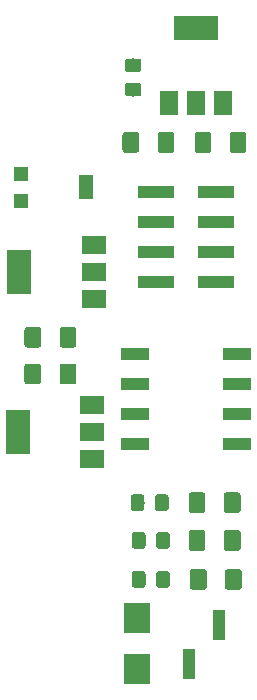
<source format=gtp>
G04 #@! TF.GenerationSoftware,KiCad,Pcbnew,(5.1.4)-1*
G04 #@! TF.CreationDate,2021-06-12T17:19:05+05:30*
G04 #@! TF.ProjectId,Breadboard_Power_Supply,42726561-6462-46f6-9172-645f506f7765,1*
G04 #@! TF.SameCoordinates,Original*
G04 #@! TF.FileFunction,Paste,Top*
G04 #@! TF.FilePolarity,Positive*
%FSLAX46Y46*%
G04 Gerber Fmt 4.6, Leading zero omitted, Abs format (unit mm)*
G04 Created by KiCad (PCBNEW (5.1.4)-1) date 2021-06-12 17:19:05*
%MOMM*%
%LPD*%
G04 APERTURE LIST*
%ADD10R,2.300000X2.500000*%
%ADD11R,1.300000X1.300000*%
%ADD12R,1.300000X2.000000*%
%ADD13R,1.500000X2.000000*%
%ADD14R,3.800000X2.000000*%
%ADD15R,2.440000X1.120000*%
%ADD16C,0.100000*%
%ADD17C,1.150000*%
%ADD18R,3.150000X1.000000*%
%ADD19C,1.425000*%
%ADD20R,1.000000X2.510000*%
%ADD21R,2.000000X1.500000*%
%ADD22R,2.000000X3.800000*%
G04 APERTURE END LIST*
D10*
X144550000Y-112350000D03*
X144550000Y-116650000D03*
D11*
X134750000Y-77050000D03*
D12*
X140250000Y-75900000D03*
D11*
X134750000Y-74750000D03*
D13*
X147200000Y-68750000D03*
X151800000Y-68750000D03*
X149500000Y-68750000D03*
D14*
X149500000Y-62450000D03*
D15*
X153005000Y-89990000D03*
X144395000Y-97610000D03*
X153005000Y-92530000D03*
X144395000Y-95070000D03*
X153005000Y-95070000D03*
X144395000Y-92530000D03*
X153005000Y-97610000D03*
X144395000Y-89990000D03*
D16*
G36*
X147074505Y-108401204D02*
G01*
X147098773Y-108404804D01*
X147122572Y-108410765D01*
X147145671Y-108419030D01*
X147167850Y-108429520D01*
X147188893Y-108442132D01*
X147208599Y-108456747D01*
X147226777Y-108473223D01*
X147243253Y-108491401D01*
X147257868Y-108511107D01*
X147270480Y-108532150D01*
X147280970Y-108554329D01*
X147289235Y-108577428D01*
X147295196Y-108601227D01*
X147298796Y-108625495D01*
X147300000Y-108649999D01*
X147300000Y-109550001D01*
X147298796Y-109574505D01*
X147295196Y-109598773D01*
X147289235Y-109622572D01*
X147280970Y-109645671D01*
X147270480Y-109667850D01*
X147257868Y-109688893D01*
X147243253Y-109708599D01*
X147226777Y-109726777D01*
X147208599Y-109743253D01*
X147188893Y-109757868D01*
X147167850Y-109770480D01*
X147145671Y-109780970D01*
X147122572Y-109789235D01*
X147098773Y-109795196D01*
X147074505Y-109798796D01*
X147050001Y-109800000D01*
X146399999Y-109800000D01*
X146375495Y-109798796D01*
X146351227Y-109795196D01*
X146327428Y-109789235D01*
X146304329Y-109780970D01*
X146282150Y-109770480D01*
X146261107Y-109757868D01*
X146241401Y-109743253D01*
X146223223Y-109726777D01*
X146206747Y-109708599D01*
X146192132Y-109688893D01*
X146179520Y-109667850D01*
X146169030Y-109645671D01*
X146160765Y-109622572D01*
X146154804Y-109598773D01*
X146151204Y-109574505D01*
X146150000Y-109550001D01*
X146150000Y-108649999D01*
X146151204Y-108625495D01*
X146154804Y-108601227D01*
X146160765Y-108577428D01*
X146169030Y-108554329D01*
X146179520Y-108532150D01*
X146192132Y-108511107D01*
X146206747Y-108491401D01*
X146223223Y-108473223D01*
X146241401Y-108456747D01*
X146261107Y-108442132D01*
X146282150Y-108429520D01*
X146304329Y-108419030D01*
X146327428Y-108410765D01*
X146351227Y-108404804D01*
X146375495Y-108401204D01*
X146399999Y-108400000D01*
X147050001Y-108400000D01*
X147074505Y-108401204D01*
X147074505Y-108401204D01*
G37*
D17*
X146725000Y-109100000D03*
D16*
G36*
X145024505Y-108401204D02*
G01*
X145048773Y-108404804D01*
X145072572Y-108410765D01*
X145095671Y-108419030D01*
X145117850Y-108429520D01*
X145138893Y-108442132D01*
X145158599Y-108456747D01*
X145176777Y-108473223D01*
X145193253Y-108491401D01*
X145207868Y-108511107D01*
X145220480Y-108532150D01*
X145230970Y-108554329D01*
X145239235Y-108577428D01*
X145245196Y-108601227D01*
X145248796Y-108625495D01*
X145250000Y-108649999D01*
X145250000Y-109550001D01*
X145248796Y-109574505D01*
X145245196Y-109598773D01*
X145239235Y-109622572D01*
X145230970Y-109645671D01*
X145220480Y-109667850D01*
X145207868Y-109688893D01*
X145193253Y-109708599D01*
X145176777Y-109726777D01*
X145158599Y-109743253D01*
X145138893Y-109757868D01*
X145117850Y-109770480D01*
X145095671Y-109780970D01*
X145072572Y-109789235D01*
X145048773Y-109795196D01*
X145024505Y-109798796D01*
X145000001Y-109800000D01*
X144349999Y-109800000D01*
X144325495Y-109798796D01*
X144301227Y-109795196D01*
X144277428Y-109789235D01*
X144254329Y-109780970D01*
X144232150Y-109770480D01*
X144211107Y-109757868D01*
X144191401Y-109743253D01*
X144173223Y-109726777D01*
X144156747Y-109708599D01*
X144142132Y-109688893D01*
X144129520Y-109667850D01*
X144119030Y-109645671D01*
X144110765Y-109622572D01*
X144104804Y-109598773D01*
X144101204Y-109574505D01*
X144100000Y-109550001D01*
X144100000Y-108649999D01*
X144101204Y-108625495D01*
X144104804Y-108601227D01*
X144110765Y-108577428D01*
X144119030Y-108554329D01*
X144129520Y-108532150D01*
X144142132Y-108511107D01*
X144156747Y-108491401D01*
X144173223Y-108473223D01*
X144191401Y-108456747D01*
X144211107Y-108442132D01*
X144232150Y-108429520D01*
X144254329Y-108419030D01*
X144277428Y-108410765D01*
X144301227Y-108404804D01*
X144325495Y-108401204D01*
X144349999Y-108400000D01*
X145000001Y-108400000D01*
X145024505Y-108401204D01*
X145024505Y-108401204D01*
G37*
D17*
X144675000Y-109100000D03*
D16*
G36*
X144674505Y-67051204D02*
G01*
X144698773Y-67054804D01*
X144722572Y-67060765D01*
X144745671Y-67069030D01*
X144767850Y-67079520D01*
X144788893Y-67092132D01*
X144808599Y-67106747D01*
X144826777Y-67123223D01*
X144843253Y-67141401D01*
X144857868Y-67161107D01*
X144870480Y-67182150D01*
X144880970Y-67204329D01*
X144889235Y-67227428D01*
X144895196Y-67251227D01*
X144898796Y-67275495D01*
X144900000Y-67299999D01*
X144900000Y-67950001D01*
X144898796Y-67974505D01*
X144895196Y-67998773D01*
X144889235Y-68022572D01*
X144880970Y-68045671D01*
X144870480Y-68067850D01*
X144857868Y-68088893D01*
X144843253Y-68108599D01*
X144826777Y-68126777D01*
X144808599Y-68143253D01*
X144788893Y-68157868D01*
X144767850Y-68170480D01*
X144745671Y-68180970D01*
X144722572Y-68189235D01*
X144698773Y-68195196D01*
X144674505Y-68198796D01*
X144650001Y-68200000D01*
X143749999Y-68200000D01*
X143725495Y-68198796D01*
X143701227Y-68195196D01*
X143677428Y-68189235D01*
X143654329Y-68180970D01*
X143632150Y-68170480D01*
X143611107Y-68157868D01*
X143591401Y-68143253D01*
X143573223Y-68126777D01*
X143556747Y-68108599D01*
X143542132Y-68088893D01*
X143529520Y-68067850D01*
X143519030Y-68045671D01*
X143510765Y-68022572D01*
X143504804Y-67998773D01*
X143501204Y-67974505D01*
X143500000Y-67950001D01*
X143500000Y-67299999D01*
X143501204Y-67275495D01*
X143504804Y-67251227D01*
X143510765Y-67227428D01*
X143519030Y-67204329D01*
X143529520Y-67182150D01*
X143542132Y-67161107D01*
X143556747Y-67141401D01*
X143573223Y-67123223D01*
X143591401Y-67106747D01*
X143611107Y-67092132D01*
X143632150Y-67079520D01*
X143654329Y-67069030D01*
X143677428Y-67060765D01*
X143701227Y-67054804D01*
X143725495Y-67051204D01*
X143749999Y-67050000D01*
X144650001Y-67050000D01*
X144674505Y-67051204D01*
X144674505Y-67051204D01*
G37*
D17*
X144200000Y-67625000D03*
D16*
G36*
X144674505Y-65001204D02*
G01*
X144698773Y-65004804D01*
X144722572Y-65010765D01*
X144745671Y-65019030D01*
X144767850Y-65029520D01*
X144788893Y-65042132D01*
X144808599Y-65056747D01*
X144826777Y-65073223D01*
X144843253Y-65091401D01*
X144857868Y-65111107D01*
X144870480Y-65132150D01*
X144880970Y-65154329D01*
X144889235Y-65177428D01*
X144895196Y-65201227D01*
X144898796Y-65225495D01*
X144900000Y-65249999D01*
X144900000Y-65900001D01*
X144898796Y-65924505D01*
X144895196Y-65948773D01*
X144889235Y-65972572D01*
X144880970Y-65995671D01*
X144870480Y-66017850D01*
X144857868Y-66038893D01*
X144843253Y-66058599D01*
X144826777Y-66076777D01*
X144808599Y-66093253D01*
X144788893Y-66107868D01*
X144767850Y-66120480D01*
X144745671Y-66130970D01*
X144722572Y-66139235D01*
X144698773Y-66145196D01*
X144674505Y-66148796D01*
X144650001Y-66150000D01*
X143749999Y-66150000D01*
X143725495Y-66148796D01*
X143701227Y-66145196D01*
X143677428Y-66139235D01*
X143654329Y-66130970D01*
X143632150Y-66120480D01*
X143611107Y-66107868D01*
X143591401Y-66093253D01*
X143573223Y-66076777D01*
X143556747Y-66058599D01*
X143542132Y-66038893D01*
X143529520Y-66017850D01*
X143519030Y-65995671D01*
X143510765Y-65972572D01*
X143504804Y-65948773D01*
X143501204Y-65924505D01*
X143500000Y-65900001D01*
X143500000Y-65249999D01*
X143501204Y-65225495D01*
X143504804Y-65201227D01*
X143510765Y-65177428D01*
X143519030Y-65154329D01*
X143529520Y-65132150D01*
X143542132Y-65111107D01*
X143556747Y-65091401D01*
X143573223Y-65073223D01*
X143591401Y-65056747D01*
X143611107Y-65042132D01*
X143632150Y-65029520D01*
X143654329Y-65019030D01*
X143677428Y-65010765D01*
X143701227Y-65004804D01*
X143725495Y-65001204D01*
X143749999Y-65000000D01*
X144650001Y-65000000D01*
X144674505Y-65001204D01*
X144674505Y-65001204D01*
G37*
D17*
X144200000Y-65575000D03*
D18*
X151225000Y-83910000D03*
X146175000Y-83910000D03*
X151225000Y-81370000D03*
X146175000Y-81370000D03*
X151225000Y-78830000D03*
X146175000Y-78830000D03*
X151225000Y-76290000D03*
X146175000Y-76290000D03*
D16*
G36*
X150199504Y-108226204D02*
G01*
X150223773Y-108229804D01*
X150247571Y-108235765D01*
X150270671Y-108244030D01*
X150292849Y-108254520D01*
X150313893Y-108267133D01*
X150333598Y-108281747D01*
X150351777Y-108298223D01*
X150368253Y-108316402D01*
X150382867Y-108336107D01*
X150395480Y-108357151D01*
X150405970Y-108379329D01*
X150414235Y-108402429D01*
X150420196Y-108426227D01*
X150423796Y-108450496D01*
X150425000Y-108475000D01*
X150425000Y-109725000D01*
X150423796Y-109749504D01*
X150420196Y-109773773D01*
X150414235Y-109797571D01*
X150405970Y-109820671D01*
X150395480Y-109842849D01*
X150382867Y-109863893D01*
X150368253Y-109883598D01*
X150351777Y-109901777D01*
X150333598Y-109918253D01*
X150313893Y-109932867D01*
X150292849Y-109945480D01*
X150270671Y-109955970D01*
X150247571Y-109964235D01*
X150223773Y-109970196D01*
X150199504Y-109973796D01*
X150175000Y-109975000D01*
X149250000Y-109975000D01*
X149225496Y-109973796D01*
X149201227Y-109970196D01*
X149177429Y-109964235D01*
X149154329Y-109955970D01*
X149132151Y-109945480D01*
X149111107Y-109932867D01*
X149091402Y-109918253D01*
X149073223Y-109901777D01*
X149056747Y-109883598D01*
X149042133Y-109863893D01*
X149029520Y-109842849D01*
X149019030Y-109820671D01*
X149010765Y-109797571D01*
X149004804Y-109773773D01*
X149001204Y-109749504D01*
X149000000Y-109725000D01*
X149000000Y-108475000D01*
X149001204Y-108450496D01*
X149004804Y-108426227D01*
X149010765Y-108402429D01*
X149019030Y-108379329D01*
X149029520Y-108357151D01*
X149042133Y-108336107D01*
X149056747Y-108316402D01*
X149073223Y-108298223D01*
X149091402Y-108281747D01*
X149111107Y-108267133D01*
X149132151Y-108254520D01*
X149154329Y-108244030D01*
X149177429Y-108235765D01*
X149201227Y-108229804D01*
X149225496Y-108226204D01*
X149250000Y-108225000D01*
X150175000Y-108225000D01*
X150199504Y-108226204D01*
X150199504Y-108226204D01*
G37*
D19*
X149712500Y-109100000D03*
D16*
G36*
X153174504Y-108226204D02*
G01*
X153198773Y-108229804D01*
X153222571Y-108235765D01*
X153245671Y-108244030D01*
X153267849Y-108254520D01*
X153288893Y-108267133D01*
X153308598Y-108281747D01*
X153326777Y-108298223D01*
X153343253Y-108316402D01*
X153357867Y-108336107D01*
X153370480Y-108357151D01*
X153380970Y-108379329D01*
X153389235Y-108402429D01*
X153395196Y-108426227D01*
X153398796Y-108450496D01*
X153400000Y-108475000D01*
X153400000Y-109725000D01*
X153398796Y-109749504D01*
X153395196Y-109773773D01*
X153389235Y-109797571D01*
X153380970Y-109820671D01*
X153370480Y-109842849D01*
X153357867Y-109863893D01*
X153343253Y-109883598D01*
X153326777Y-109901777D01*
X153308598Y-109918253D01*
X153288893Y-109932867D01*
X153267849Y-109945480D01*
X153245671Y-109955970D01*
X153222571Y-109964235D01*
X153198773Y-109970196D01*
X153174504Y-109973796D01*
X153150000Y-109975000D01*
X152225000Y-109975000D01*
X152200496Y-109973796D01*
X152176227Y-109970196D01*
X152152429Y-109964235D01*
X152129329Y-109955970D01*
X152107151Y-109945480D01*
X152086107Y-109932867D01*
X152066402Y-109918253D01*
X152048223Y-109901777D01*
X152031747Y-109883598D01*
X152017133Y-109863893D01*
X152004520Y-109842849D01*
X151994030Y-109820671D01*
X151985765Y-109797571D01*
X151979804Y-109773773D01*
X151976204Y-109749504D01*
X151975000Y-109725000D01*
X151975000Y-108475000D01*
X151976204Y-108450496D01*
X151979804Y-108426227D01*
X151985765Y-108402429D01*
X151994030Y-108379329D01*
X152004520Y-108357151D01*
X152017133Y-108336107D01*
X152031747Y-108316402D01*
X152048223Y-108298223D01*
X152066402Y-108281747D01*
X152086107Y-108267133D01*
X152107151Y-108254520D01*
X152129329Y-108244030D01*
X152152429Y-108235765D01*
X152176227Y-108229804D01*
X152200496Y-108226204D01*
X152225000Y-108225000D01*
X153150000Y-108225000D01*
X153174504Y-108226204D01*
X153174504Y-108226204D01*
G37*
D19*
X152687500Y-109100000D03*
D16*
G36*
X144499504Y-71226204D02*
G01*
X144523773Y-71229804D01*
X144547571Y-71235765D01*
X144570671Y-71244030D01*
X144592849Y-71254520D01*
X144613893Y-71267133D01*
X144633598Y-71281747D01*
X144651777Y-71298223D01*
X144668253Y-71316402D01*
X144682867Y-71336107D01*
X144695480Y-71357151D01*
X144705970Y-71379329D01*
X144714235Y-71402429D01*
X144720196Y-71426227D01*
X144723796Y-71450496D01*
X144725000Y-71475000D01*
X144725000Y-72725000D01*
X144723796Y-72749504D01*
X144720196Y-72773773D01*
X144714235Y-72797571D01*
X144705970Y-72820671D01*
X144695480Y-72842849D01*
X144682867Y-72863893D01*
X144668253Y-72883598D01*
X144651777Y-72901777D01*
X144633598Y-72918253D01*
X144613893Y-72932867D01*
X144592849Y-72945480D01*
X144570671Y-72955970D01*
X144547571Y-72964235D01*
X144523773Y-72970196D01*
X144499504Y-72973796D01*
X144475000Y-72975000D01*
X143550000Y-72975000D01*
X143525496Y-72973796D01*
X143501227Y-72970196D01*
X143477429Y-72964235D01*
X143454329Y-72955970D01*
X143432151Y-72945480D01*
X143411107Y-72932867D01*
X143391402Y-72918253D01*
X143373223Y-72901777D01*
X143356747Y-72883598D01*
X143342133Y-72863893D01*
X143329520Y-72842849D01*
X143319030Y-72820671D01*
X143310765Y-72797571D01*
X143304804Y-72773773D01*
X143301204Y-72749504D01*
X143300000Y-72725000D01*
X143300000Y-71475000D01*
X143301204Y-71450496D01*
X143304804Y-71426227D01*
X143310765Y-71402429D01*
X143319030Y-71379329D01*
X143329520Y-71357151D01*
X143342133Y-71336107D01*
X143356747Y-71316402D01*
X143373223Y-71298223D01*
X143391402Y-71281747D01*
X143411107Y-71267133D01*
X143432151Y-71254520D01*
X143454329Y-71244030D01*
X143477429Y-71235765D01*
X143501227Y-71229804D01*
X143525496Y-71226204D01*
X143550000Y-71225000D01*
X144475000Y-71225000D01*
X144499504Y-71226204D01*
X144499504Y-71226204D01*
G37*
D19*
X144012500Y-72100000D03*
D16*
G36*
X147474504Y-71226204D02*
G01*
X147498773Y-71229804D01*
X147522571Y-71235765D01*
X147545671Y-71244030D01*
X147567849Y-71254520D01*
X147588893Y-71267133D01*
X147608598Y-71281747D01*
X147626777Y-71298223D01*
X147643253Y-71316402D01*
X147657867Y-71336107D01*
X147670480Y-71357151D01*
X147680970Y-71379329D01*
X147689235Y-71402429D01*
X147695196Y-71426227D01*
X147698796Y-71450496D01*
X147700000Y-71475000D01*
X147700000Y-72725000D01*
X147698796Y-72749504D01*
X147695196Y-72773773D01*
X147689235Y-72797571D01*
X147680970Y-72820671D01*
X147670480Y-72842849D01*
X147657867Y-72863893D01*
X147643253Y-72883598D01*
X147626777Y-72901777D01*
X147608598Y-72918253D01*
X147588893Y-72932867D01*
X147567849Y-72945480D01*
X147545671Y-72955970D01*
X147522571Y-72964235D01*
X147498773Y-72970196D01*
X147474504Y-72973796D01*
X147450000Y-72975000D01*
X146525000Y-72975000D01*
X146500496Y-72973796D01*
X146476227Y-72970196D01*
X146452429Y-72964235D01*
X146429329Y-72955970D01*
X146407151Y-72945480D01*
X146386107Y-72932867D01*
X146366402Y-72918253D01*
X146348223Y-72901777D01*
X146331747Y-72883598D01*
X146317133Y-72863893D01*
X146304520Y-72842849D01*
X146294030Y-72820671D01*
X146285765Y-72797571D01*
X146279804Y-72773773D01*
X146276204Y-72749504D01*
X146275000Y-72725000D01*
X146275000Y-71475000D01*
X146276204Y-71450496D01*
X146279804Y-71426227D01*
X146285765Y-71402429D01*
X146294030Y-71379329D01*
X146304520Y-71357151D01*
X146317133Y-71336107D01*
X146331747Y-71316402D01*
X146348223Y-71298223D01*
X146366402Y-71281747D01*
X146386107Y-71267133D01*
X146407151Y-71254520D01*
X146429329Y-71244030D01*
X146452429Y-71235765D01*
X146476227Y-71229804D01*
X146500496Y-71226204D01*
X146525000Y-71225000D01*
X147450000Y-71225000D01*
X147474504Y-71226204D01*
X147474504Y-71226204D01*
G37*
D19*
X146987500Y-72100000D03*
D16*
G36*
X150599504Y-71226204D02*
G01*
X150623773Y-71229804D01*
X150647571Y-71235765D01*
X150670671Y-71244030D01*
X150692849Y-71254520D01*
X150713893Y-71267133D01*
X150733598Y-71281747D01*
X150751777Y-71298223D01*
X150768253Y-71316402D01*
X150782867Y-71336107D01*
X150795480Y-71357151D01*
X150805970Y-71379329D01*
X150814235Y-71402429D01*
X150820196Y-71426227D01*
X150823796Y-71450496D01*
X150825000Y-71475000D01*
X150825000Y-72725000D01*
X150823796Y-72749504D01*
X150820196Y-72773773D01*
X150814235Y-72797571D01*
X150805970Y-72820671D01*
X150795480Y-72842849D01*
X150782867Y-72863893D01*
X150768253Y-72883598D01*
X150751777Y-72901777D01*
X150733598Y-72918253D01*
X150713893Y-72932867D01*
X150692849Y-72945480D01*
X150670671Y-72955970D01*
X150647571Y-72964235D01*
X150623773Y-72970196D01*
X150599504Y-72973796D01*
X150575000Y-72975000D01*
X149650000Y-72975000D01*
X149625496Y-72973796D01*
X149601227Y-72970196D01*
X149577429Y-72964235D01*
X149554329Y-72955970D01*
X149532151Y-72945480D01*
X149511107Y-72932867D01*
X149491402Y-72918253D01*
X149473223Y-72901777D01*
X149456747Y-72883598D01*
X149442133Y-72863893D01*
X149429520Y-72842849D01*
X149419030Y-72820671D01*
X149410765Y-72797571D01*
X149404804Y-72773773D01*
X149401204Y-72749504D01*
X149400000Y-72725000D01*
X149400000Y-71475000D01*
X149401204Y-71450496D01*
X149404804Y-71426227D01*
X149410765Y-71402429D01*
X149419030Y-71379329D01*
X149429520Y-71357151D01*
X149442133Y-71336107D01*
X149456747Y-71316402D01*
X149473223Y-71298223D01*
X149491402Y-71281747D01*
X149511107Y-71267133D01*
X149532151Y-71254520D01*
X149554329Y-71244030D01*
X149577429Y-71235765D01*
X149601227Y-71229804D01*
X149625496Y-71226204D01*
X149650000Y-71225000D01*
X150575000Y-71225000D01*
X150599504Y-71226204D01*
X150599504Y-71226204D01*
G37*
D19*
X150112500Y-72100000D03*
D16*
G36*
X153574504Y-71226204D02*
G01*
X153598773Y-71229804D01*
X153622571Y-71235765D01*
X153645671Y-71244030D01*
X153667849Y-71254520D01*
X153688893Y-71267133D01*
X153708598Y-71281747D01*
X153726777Y-71298223D01*
X153743253Y-71316402D01*
X153757867Y-71336107D01*
X153770480Y-71357151D01*
X153780970Y-71379329D01*
X153789235Y-71402429D01*
X153795196Y-71426227D01*
X153798796Y-71450496D01*
X153800000Y-71475000D01*
X153800000Y-72725000D01*
X153798796Y-72749504D01*
X153795196Y-72773773D01*
X153789235Y-72797571D01*
X153780970Y-72820671D01*
X153770480Y-72842849D01*
X153757867Y-72863893D01*
X153743253Y-72883598D01*
X153726777Y-72901777D01*
X153708598Y-72918253D01*
X153688893Y-72932867D01*
X153667849Y-72945480D01*
X153645671Y-72955970D01*
X153622571Y-72964235D01*
X153598773Y-72970196D01*
X153574504Y-72973796D01*
X153550000Y-72975000D01*
X152625000Y-72975000D01*
X152600496Y-72973796D01*
X152576227Y-72970196D01*
X152552429Y-72964235D01*
X152529329Y-72955970D01*
X152507151Y-72945480D01*
X152486107Y-72932867D01*
X152466402Y-72918253D01*
X152448223Y-72901777D01*
X152431747Y-72883598D01*
X152417133Y-72863893D01*
X152404520Y-72842849D01*
X152394030Y-72820671D01*
X152385765Y-72797571D01*
X152379804Y-72773773D01*
X152376204Y-72749504D01*
X152375000Y-72725000D01*
X152375000Y-71475000D01*
X152376204Y-71450496D01*
X152379804Y-71426227D01*
X152385765Y-71402429D01*
X152394030Y-71379329D01*
X152404520Y-71357151D01*
X152417133Y-71336107D01*
X152431747Y-71316402D01*
X152448223Y-71298223D01*
X152466402Y-71281747D01*
X152486107Y-71267133D01*
X152507151Y-71254520D01*
X152529329Y-71244030D01*
X152552429Y-71235765D01*
X152576227Y-71229804D01*
X152600496Y-71226204D01*
X152625000Y-71225000D01*
X153550000Y-71225000D01*
X153574504Y-71226204D01*
X153574504Y-71226204D01*
G37*
D19*
X153087500Y-72100000D03*
D16*
G36*
X147074505Y-105101204D02*
G01*
X147098773Y-105104804D01*
X147122572Y-105110765D01*
X147145671Y-105119030D01*
X147167850Y-105129520D01*
X147188893Y-105142132D01*
X147208599Y-105156747D01*
X147226777Y-105173223D01*
X147243253Y-105191401D01*
X147257868Y-105211107D01*
X147270480Y-105232150D01*
X147280970Y-105254329D01*
X147289235Y-105277428D01*
X147295196Y-105301227D01*
X147298796Y-105325495D01*
X147300000Y-105349999D01*
X147300000Y-106250001D01*
X147298796Y-106274505D01*
X147295196Y-106298773D01*
X147289235Y-106322572D01*
X147280970Y-106345671D01*
X147270480Y-106367850D01*
X147257868Y-106388893D01*
X147243253Y-106408599D01*
X147226777Y-106426777D01*
X147208599Y-106443253D01*
X147188893Y-106457868D01*
X147167850Y-106470480D01*
X147145671Y-106480970D01*
X147122572Y-106489235D01*
X147098773Y-106495196D01*
X147074505Y-106498796D01*
X147050001Y-106500000D01*
X146399999Y-106500000D01*
X146375495Y-106498796D01*
X146351227Y-106495196D01*
X146327428Y-106489235D01*
X146304329Y-106480970D01*
X146282150Y-106470480D01*
X146261107Y-106457868D01*
X146241401Y-106443253D01*
X146223223Y-106426777D01*
X146206747Y-106408599D01*
X146192132Y-106388893D01*
X146179520Y-106367850D01*
X146169030Y-106345671D01*
X146160765Y-106322572D01*
X146154804Y-106298773D01*
X146151204Y-106274505D01*
X146150000Y-106250001D01*
X146150000Y-105349999D01*
X146151204Y-105325495D01*
X146154804Y-105301227D01*
X146160765Y-105277428D01*
X146169030Y-105254329D01*
X146179520Y-105232150D01*
X146192132Y-105211107D01*
X146206747Y-105191401D01*
X146223223Y-105173223D01*
X146241401Y-105156747D01*
X146261107Y-105142132D01*
X146282150Y-105129520D01*
X146304329Y-105119030D01*
X146327428Y-105110765D01*
X146351227Y-105104804D01*
X146375495Y-105101204D01*
X146399999Y-105100000D01*
X147050001Y-105100000D01*
X147074505Y-105101204D01*
X147074505Y-105101204D01*
G37*
D17*
X146725000Y-105800000D03*
D16*
G36*
X145024505Y-105101204D02*
G01*
X145048773Y-105104804D01*
X145072572Y-105110765D01*
X145095671Y-105119030D01*
X145117850Y-105129520D01*
X145138893Y-105142132D01*
X145158599Y-105156747D01*
X145176777Y-105173223D01*
X145193253Y-105191401D01*
X145207868Y-105211107D01*
X145220480Y-105232150D01*
X145230970Y-105254329D01*
X145239235Y-105277428D01*
X145245196Y-105301227D01*
X145248796Y-105325495D01*
X145250000Y-105349999D01*
X145250000Y-106250001D01*
X145248796Y-106274505D01*
X145245196Y-106298773D01*
X145239235Y-106322572D01*
X145230970Y-106345671D01*
X145220480Y-106367850D01*
X145207868Y-106388893D01*
X145193253Y-106408599D01*
X145176777Y-106426777D01*
X145158599Y-106443253D01*
X145138893Y-106457868D01*
X145117850Y-106470480D01*
X145095671Y-106480970D01*
X145072572Y-106489235D01*
X145048773Y-106495196D01*
X145024505Y-106498796D01*
X145000001Y-106500000D01*
X144349999Y-106500000D01*
X144325495Y-106498796D01*
X144301227Y-106495196D01*
X144277428Y-106489235D01*
X144254329Y-106480970D01*
X144232150Y-106470480D01*
X144211107Y-106457868D01*
X144191401Y-106443253D01*
X144173223Y-106426777D01*
X144156747Y-106408599D01*
X144142132Y-106388893D01*
X144129520Y-106367850D01*
X144119030Y-106345671D01*
X144110765Y-106322572D01*
X144104804Y-106298773D01*
X144101204Y-106274505D01*
X144100000Y-106250001D01*
X144100000Y-105349999D01*
X144101204Y-105325495D01*
X144104804Y-105301227D01*
X144110765Y-105277428D01*
X144119030Y-105254329D01*
X144129520Y-105232150D01*
X144142132Y-105211107D01*
X144156747Y-105191401D01*
X144173223Y-105173223D01*
X144191401Y-105156747D01*
X144211107Y-105142132D01*
X144232150Y-105129520D01*
X144254329Y-105119030D01*
X144277428Y-105110765D01*
X144301227Y-105104804D01*
X144325495Y-105101204D01*
X144349999Y-105100000D01*
X145000001Y-105100000D01*
X145024505Y-105101204D01*
X145024505Y-105101204D01*
G37*
D17*
X144675000Y-105800000D03*
D16*
G36*
X146974505Y-101901204D02*
G01*
X146998773Y-101904804D01*
X147022572Y-101910765D01*
X147045671Y-101919030D01*
X147067850Y-101929520D01*
X147088893Y-101942132D01*
X147108599Y-101956747D01*
X147126777Y-101973223D01*
X147143253Y-101991401D01*
X147157868Y-102011107D01*
X147170480Y-102032150D01*
X147180970Y-102054329D01*
X147189235Y-102077428D01*
X147195196Y-102101227D01*
X147198796Y-102125495D01*
X147200000Y-102149999D01*
X147200000Y-103050001D01*
X147198796Y-103074505D01*
X147195196Y-103098773D01*
X147189235Y-103122572D01*
X147180970Y-103145671D01*
X147170480Y-103167850D01*
X147157868Y-103188893D01*
X147143253Y-103208599D01*
X147126777Y-103226777D01*
X147108599Y-103243253D01*
X147088893Y-103257868D01*
X147067850Y-103270480D01*
X147045671Y-103280970D01*
X147022572Y-103289235D01*
X146998773Y-103295196D01*
X146974505Y-103298796D01*
X146950001Y-103300000D01*
X146299999Y-103300000D01*
X146275495Y-103298796D01*
X146251227Y-103295196D01*
X146227428Y-103289235D01*
X146204329Y-103280970D01*
X146182150Y-103270480D01*
X146161107Y-103257868D01*
X146141401Y-103243253D01*
X146123223Y-103226777D01*
X146106747Y-103208599D01*
X146092132Y-103188893D01*
X146079520Y-103167850D01*
X146069030Y-103145671D01*
X146060765Y-103122572D01*
X146054804Y-103098773D01*
X146051204Y-103074505D01*
X146050000Y-103050001D01*
X146050000Y-102149999D01*
X146051204Y-102125495D01*
X146054804Y-102101227D01*
X146060765Y-102077428D01*
X146069030Y-102054329D01*
X146079520Y-102032150D01*
X146092132Y-102011107D01*
X146106747Y-101991401D01*
X146123223Y-101973223D01*
X146141401Y-101956747D01*
X146161107Y-101942132D01*
X146182150Y-101929520D01*
X146204329Y-101919030D01*
X146227428Y-101910765D01*
X146251227Y-101904804D01*
X146275495Y-101901204D01*
X146299999Y-101900000D01*
X146950001Y-101900000D01*
X146974505Y-101901204D01*
X146974505Y-101901204D01*
G37*
D17*
X146625000Y-102600000D03*
D16*
G36*
X144924505Y-101901204D02*
G01*
X144948773Y-101904804D01*
X144972572Y-101910765D01*
X144995671Y-101919030D01*
X145017850Y-101929520D01*
X145038893Y-101942132D01*
X145058599Y-101956747D01*
X145076777Y-101973223D01*
X145093253Y-101991401D01*
X145107868Y-102011107D01*
X145120480Y-102032150D01*
X145130970Y-102054329D01*
X145139235Y-102077428D01*
X145145196Y-102101227D01*
X145148796Y-102125495D01*
X145150000Y-102149999D01*
X145150000Y-103050001D01*
X145148796Y-103074505D01*
X145145196Y-103098773D01*
X145139235Y-103122572D01*
X145130970Y-103145671D01*
X145120480Y-103167850D01*
X145107868Y-103188893D01*
X145093253Y-103208599D01*
X145076777Y-103226777D01*
X145058599Y-103243253D01*
X145038893Y-103257868D01*
X145017850Y-103270480D01*
X144995671Y-103280970D01*
X144972572Y-103289235D01*
X144948773Y-103295196D01*
X144924505Y-103298796D01*
X144900001Y-103300000D01*
X144249999Y-103300000D01*
X144225495Y-103298796D01*
X144201227Y-103295196D01*
X144177428Y-103289235D01*
X144154329Y-103280970D01*
X144132150Y-103270480D01*
X144111107Y-103257868D01*
X144091401Y-103243253D01*
X144073223Y-103226777D01*
X144056747Y-103208599D01*
X144042132Y-103188893D01*
X144029520Y-103167850D01*
X144019030Y-103145671D01*
X144010765Y-103122572D01*
X144004804Y-103098773D01*
X144001204Y-103074505D01*
X144000000Y-103050001D01*
X144000000Y-102149999D01*
X144001204Y-102125495D01*
X144004804Y-102101227D01*
X144010765Y-102077428D01*
X144019030Y-102054329D01*
X144029520Y-102032150D01*
X144042132Y-102011107D01*
X144056747Y-101991401D01*
X144073223Y-101973223D01*
X144091401Y-101956747D01*
X144111107Y-101942132D01*
X144132150Y-101929520D01*
X144154329Y-101919030D01*
X144177428Y-101910765D01*
X144201227Y-101904804D01*
X144225495Y-101901204D01*
X144249999Y-101900000D01*
X144900001Y-101900000D01*
X144924505Y-101901204D01*
X144924505Y-101901204D01*
G37*
D17*
X144575000Y-102600000D03*
D20*
X148930000Y-116255000D03*
X151470000Y-112945000D03*
D16*
G36*
X150099504Y-104926204D02*
G01*
X150123773Y-104929804D01*
X150147571Y-104935765D01*
X150170671Y-104944030D01*
X150192849Y-104954520D01*
X150213893Y-104967133D01*
X150233598Y-104981747D01*
X150251777Y-104998223D01*
X150268253Y-105016402D01*
X150282867Y-105036107D01*
X150295480Y-105057151D01*
X150305970Y-105079329D01*
X150314235Y-105102429D01*
X150320196Y-105126227D01*
X150323796Y-105150496D01*
X150325000Y-105175000D01*
X150325000Y-106425000D01*
X150323796Y-106449504D01*
X150320196Y-106473773D01*
X150314235Y-106497571D01*
X150305970Y-106520671D01*
X150295480Y-106542849D01*
X150282867Y-106563893D01*
X150268253Y-106583598D01*
X150251777Y-106601777D01*
X150233598Y-106618253D01*
X150213893Y-106632867D01*
X150192849Y-106645480D01*
X150170671Y-106655970D01*
X150147571Y-106664235D01*
X150123773Y-106670196D01*
X150099504Y-106673796D01*
X150075000Y-106675000D01*
X149150000Y-106675000D01*
X149125496Y-106673796D01*
X149101227Y-106670196D01*
X149077429Y-106664235D01*
X149054329Y-106655970D01*
X149032151Y-106645480D01*
X149011107Y-106632867D01*
X148991402Y-106618253D01*
X148973223Y-106601777D01*
X148956747Y-106583598D01*
X148942133Y-106563893D01*
X148929520Y-106542849D01*
X148919030Y-106520671D01*
X148910765Y-106497571D01*
X148904804Y-106473773D01*
X148901204Y-106449504D01*
X148900000Y-106425000D01*
X148900000Y-105175000D01*
X148901204Y-105150496D01*
X148904804Y-105126227D01*
X148910765Y-105102429D01*
X148919030Y-105079329D01*
X148929520Y-105057151D01*
X148942133Y-105036107D01*
X148956747Y-105016402D01*
X148973223Y-104998223D01*
X148991402Y-104981747D01*
X149011107Y-104967133D01*
X149032151Y-104954520D01*
X149054329Y-104944030D01*
X149077429Y-104935765D01*
X149101227Y-104929804D01*
X149125496Y-104926204D01*
X149150000Y-104925000D01*
X150075000Y-104925000D01*
X150099504Y-104926204D01*
X150099504Y-104926204D01*
G37*
D19*
X149612500Y-105800000D03*
D16*
G36*
X153074504Y-104926204D02*
G01*
X153098773Y-104929804D01*
X153122571Y-104935765D01*
X153145671Y-104944030D01*
X153167849Y-104954520D01*
X153188893Y-104967133D01*
X153208598Y-104981747D01*
X153226777Y-104998223D01*
X153243253Y-105016402D01*
X153257867Y-105036107D01*
X153270480Y-105057151D01*
X153280970Y-105079329D01*
X153289235Y-105102429D01*
X153295196Y-105126227D01*
X153298796Y-105150496D01*
X153300000Y-105175000D01*
X153300000Y-106425000D01*
X153298796Y-106449504D01*
X153295196Y-106473773D01*
X153289235Y-106497571D01*
X153280970Y-106520671D01*
X153270480Y-106542849D01*
X153257867Y-106563893D01*
X153243253Y-106583598D01*
X153226777Y-106601777D01*
X153208598Y-106618253D01*
X153188893Y-106632867D01*
X153167849Y-106645480D01*
X153145671Y-106655970D01*
X153122571Y-106664235D01*
X153098773Y-106670196D01*
X153074504Y-106673796D01*
X153050000Y-106675000D01*
X152125000Y-106675000D01*
X152100496Y-106673796D01*
X152076227Y-106670196D01*
X152052429Y-106664235D01*
X152029329Y-106655970D01*
X152007151Y-106645480D01*
X151986107Y-106632867D01*
X151966402Y-106618253D01*
X151948223Y-106601777D01*
X151931747Y-106583598D01*
X151917133Y-106563893D01*
X151904520Y-106542849D01*
X151894030Y-106520671D01*
X151885765Y-106497571D01*
X151879804Y-106473773D01*
X151876204Y-106449504D01*
X151875000Y-106425000D01*
X151875000Y-105175000D01*
X151876204Y-105150496D01*
X151879804Y-105126227D01*
X151885765Y-105102429D01*
X151894030Y-105079329D01*
X151904520Y-105057151D01*
X151917133Y-105036107D01*
X151931747Y-105016402D01*
X151948223Y-104998223D01*
X151966402Y-104981747D01*
X151986107Y-104967133D01*
X152007151Y-104954520D01*
X152029329Y-104944030D01*
X152052429Y-104935765D01*
X152076227Y-104929804D01*
X152100496Y-104926204D01*
X152125000Y-104925000D01*
X153050000Y-104925000D01*
X153074504Y-104926204D01*
X153074504Y-104926204D01*
G37*
D19*
X152587500Y-105800000D03*
D16*
G36*
X150099504Y-101726204D02*
G01*
X150123773Y-101729804D01*
X150147571Y-101735765D01*
X150170671Y-101744030D01*
X150192849Y-101754520D01*
X150213893Y-101767133D01*
X150233598Y-101781747D01*
X150251777Y-101798223D01*
X150268253Y-101816402D01*
X150282867Y-101836107D01*
X150295480Y-101857151D01*
X150305970Y-101879329D01*
X150314235Y-101902429D01*
X150320196Y-101926227D01*
X150323796Y-101950496D01*
X150325000Y-101975000D01*
X150325000Y-103225000D01*
X150323796Y-103249504D01*
X150320196Y-103273773D01*
X150314235Y-103297571D01*
X150305970Y-103320671D01*
X150295480Y-103342849D01*
X150282867Y-103363893D01*
X150268253Y-103383598D01*
X150251777Y-103401777D01*
X150233598Y-103418253D01*
X150213893Y-103432867D01*
X150192849Y-103445480D01*
X150170671Y-103455970D01*
X150147571Y-103464235D01*
X150123773Y-103470196D01*
X150099504Y-103473796D01*
X150075000Y-103475000D01*
X149150000Y-103475000D01*
X149125496Y-103473796D01*
X149101227Y-103470196D01*
X149077429Y-103464235D01*
X149054329Y-103455970D01*
X149032151Y-103445480D01*
X149011107Y-103432867D01*
X148991402Y-103418253D01*
X148973223Y-103401777D01*
X148956747Y-103383598D01*
X148942133Y-103363893D01*
X148929520Y-103342849D01*
X148919030Y-103320671D01*
X148910765Y-103297571D01*
X148904804Y-103273773D01*
X148901204Y-103249504D01*
X148900000Y-103225000D01*
X148900000Y-101975000D01*
X148901204Y-101950496D01*
X148904804Y-101926227D01*
X148910765Y-101902429D01*
X148919030Y-101879329D01*
X148929520Y-101857151D01*
X148942133Y-101836107D01*
X148956747Y-101816402D01*
X148973223Y-101798223D01*
X148991402Y-101781747D01*
X149011107Y-101767133D01*
X149032151Y-101754520D01*
X149054329Y-101744030D01*
X149077429Y-101735765D01*
X149101227Y-101729804D01*
X149125496Y-101726204D01*
X149150000Y-101725000D01*
X150075000Y-101725000D01*
X150099504Y-101726204D01*
X150099504Y-101726204D01*
G37*
D19*
X149612500Y-102600000D03*
D16*
G36*
X153074504Y-101726204D02*
G01*
X153098773Y-101729804D01*
X153122571Y-101735765D01*
X153145671Y-101744030D01*
X153167849Y-101754520D01*
X153188893Y-101767133D01*
X153208598Y-101781747D01*
X153226777Y-101798223D01*
X153243253Y-101816402D01*
X153257867Y-101836107D01*
X153270480Y-101857151D01*
X153280970Y-101879329D01*
X153289235Y-101902429D01*
X153295196Y-101926227D01*
X153298796Y-101950496D01*
X153300000Y-101975000D01*
X153300000Y-103225000D01*
X153298796Y-103249504D01*
X153295196Y-103273773D01*
X153289235Y-103297571D01*
X153280970Y-103320671D01*
X153270480Y-103342849D01*
X153257867Y-103363893D01*
X153243253Y-103383598D01*
X153226777Y-103401777D01*
X153208598Y-103418253D01*
X153188893Y-103432867D01*
X153167849Y-103445480D01*
X153145671Y-103455970D01*
X153122571Y-103464235D01*
X153098773Y-103470196D01*
X153074504Y-103473796D01*
X153050000Y-103475000D01*
X152125000Y-103475000D01*
X152100496Y-103473796D01*
X152076227Y-103470196D01*
X152052429Y-103464235D01*
X152029329Y-103455970D01*
X152007151Y-103445480D01*
X151986107Y-103432867D01*
X151966402Y-103418253D01*
X151948223Y-103401777D01*
X151931747Y-103383598D01*
X151917133Y-103363893D01*
X151904520Y-103342849D01*
X151894030Y-103320671D01*
X151885765Y-103297571D01*
X151879804Y-103273773D01*
X151876204Y-103249504D01*
X151875000Y-103225000D01*
X151875000Y-101975000D01*
X151876204Y-101950496D01*
X151879804Y-101926227D01*
X151885765Y-101902429D01*
X151894030Y-101879329D01*
X151904520Y-101857151D01*
X151917133Y-101836107D01*
X151931747Y-101816402D01*
X151948223Y-101798223D01*
X151966402Y-101781747D01*
X151986107Y-101767133D01*
X152007151Y-101754520D01*
X152029329Y-101744030D01*
X152052429Y-101735765D01*
X152076227Y-101729804D01*
X152100496Y-101726204D01*
X152125000Y-101725000D01*
X153050000Y-101725000D01*
X153074504Y-101726204D01*
X153074504Y-101726204D01*
G37*
D19*
X152587500Y-102600000D03*
D16*
G36*
X139174504Y-87726204D02*
G01*
X139198773Y-87729804D01*
X139222571Y-87735765D01*
X139245671Y-87744030D01*
X139267849Y-87754520D01*
X139288893Y-87767133D01*
X139308598Y-87781747D01*
X139326777Y-87798223D01*
X139343253Y-87816402D01*
X139357867Y-87836107D01*
X139370480Y-87857151D01*
X139380970Y-87879329D01*
X139389235Y-87902429D01*
X139395196Y-87926227D01*
X139398796Y-87950496D01*
X139400000Y-87975000D01*
X139400000Y-89225000D01*
X139398796Y-89249504D01*
X139395196Y-89273773D01*
X139389235Y-89297571D01*
X139380970Y-89320671D01*
X139370480Y-89342849D01*
X139357867Y-89363893D01*
X139343253Y-89383598D01*
X139326777Y-89401777D01*
X139308598Y-89418253D01*
X139288893Y-89432867D01*
X139267849Y-89445480D01*
X139245671Y-89455970D01*
X139222571Y-89464235D01*
X139198773Y-89470196D01*
X139174504Y-89473796D01*
X139150000Y-89475000D01*
X138225000Y-89475000D01*
X138200496Y-89473796D01*
X138176227Y-89470196D01*
X138152429Y-89464235D01*
X138129329Y-89455970D01*
X138107151Y-89445480D01*
X138086107Y-89432867D01*
X138066402Y-89418253D01*
X138048223Y-89401777D01*
X138031747Y-89383598D01*
X138017133Y-89363893D01*
X138004520Y-89342849D01*
X137994030Y-89320671D01*
X137985765Y-89297571D01*
X137979804Y-89273773D01*
X137976204Y-89249504D01*
X137975000Y-89225000D01*
X137975000Y-87975000D01*
X137976204Y-87950496D01*
X137979804Y-87926227D01*
X137985765Y-87902429D01*
X137994030Y-87879329D01*
X138004520Y-87857151D01*
X138017133Y-87836107D01*
X138031747Y-87816402D01*
X138048223Y-87798223D01*
X138066402Y-87781747D01*
X138086107Y-87767133D01*
X138107151Y-87754520D01*
X138129329Y-87744030D01*
X138152429Y-87735765D01*
X138176227Y-87729804D01*
X138200496Y-87726204D01*
X138225000Y-87725000D01*
X139150000Y-87725000D01*
X139174504Y-87726204D01*
X139174504Y-87726204D01*
G37*
D19*
X138687500Y-88600000D03*
D16*
G36*
X136199504Y-87726204D02*
G01*
X136223773Y-87729804D01*
X136247571Y-87735765D01*
X136270671Y-87744030D01*
X136292849Y-87754520D01*
X136313893Y-87767133D01*
X136333598Y-87781747D01*
X136351777Y-87798223D01*
X136368253Y-87816402D01*
X136382867Y-87836107D01*
X136395480Y-87857151D01*
X136405970Y-87879329D01*
X136414235Y-87902429D01*
X136420196Y-87926227D01*
X136423796Y-87950496D01*
X136425000Y-87975000D01*
X136425000Y-89225000D01*
X136423796Y-89249504D01*
X136420196Y-89273773D01*
X136414235Y-89297571D01*
X136405970Y-89320671D01*
X136395480Y-89342849D01*
X136382867Y-89363893D01*
X136368253Y-89383598D01*
X136351777Y-89401777D01*
X136333598Y-89418253D01*
X136313893Y-89432867D01*
X136292849Y-89445480D01*
X136270671Y-89455970D01*
X136247571Y-89464235D01*
X136223773Y-89470196D01*
X136199504Y-89473796D01*
X136175000Y-89475000D01*
X135250000Y-89475000D01*
X135225496Y-89473796D01*
X135201227Y-89470196D01*
X135177429Y-89464235D01*
X135154329Y-89455970D01*
X135132151Y-89445480D01*
X135111107Y-89432867D01*
X135091402Y-89418253D01*
X135073223Y-89401777D01*
X135056747Y-89383598D01*
X135042133Y-89363893D01*
X135029520Y-89342849D01*
X135019030Y-89320671D01*
X135010765Y-89297571D01*
X135004804Y-89273773D01*
X135001204Y-89249504D01*
X135000000Y-89225000D01*
X135000000Y-87975000D01*
X135001204Y-87950496D01*
X135004804Y-87926227D01*
X135010765Y-87902429D01*
X135019030Y-87879329D01*
X135029520Y-87857151D01*
X135042133Y-87836107D01*
X135056747Y-87816402D01*
X135073223Y-87798223D01*
X135091402Y-87781747D01*
X135111107Y-87767133D01*
X135132151Y-87754520D01*
X135154329Y-87744030D01*
X135177429Y-87735765D01*
X135201227Y-87729804D01*
X135225496Y-87726204D01*
X135250000Y-87725000D01*
X136175000Y-87725000D01*
X136199504Y-87726204D01*
X136199504Y-87726204D01*
G37*
D19*
X135712500Y-88600000D03*
D16*
G36*
X139174504Y-90826204D02*
G01*
X139198773Y-90829804D01*
X139222571Y-90835765D01*
X139245671Y-90844030D01*
X139267849Y-90854520D01*
X139288893Y-90867133D01*
X139308598Y-90881747D01*
X139326777Y-90898223D01*
X139343253Y-90916402D01*
X139357867Y-90936107D01*
X139370480Y-90957151D01*
X139380970Y-90979329D01*
X139389235Y-91002429D01*
X139395196Y-91026227D01*
X139398796Y-91050496D01*
X139400000Y-91075000D01*
X139400000Y-92325000D01*
X139398796Y-92349504D01*
X139395196Y-92373773D01*
X139389235Y-92397571D01*
X139380970Y-92420671D01*
X139370480Y-92442849D01*
X139357867Y-92463893D01*
X139343253Y-92483598D01*
X139326777Y-92501777D01*
X139308598Y-92518253D01*
X139288893Y-92532867D01*
X139267849Y-92545480D01*
X139245671Y-92555970D01*
X139222571Y-92564235D01*
X139198773Y-92570196D01*
X139174504Y-92573796D01*
X139150000Y-92575000D01*
X138225000Y-92575000D01*
X138200496Y-92573796D01*
X138176227Y-92570196D01*
X138152429Y-92564235D01*
X138129329Y-92555970D01*
X138107151Y-92545480D01*
X138086107Y-92532867D01*
X138066402Y-92518253D01*
X138048223Y-92501777D01*
X138031747Y-92483598D01*
X138017133Y-92463893D01*
X138004520Y-92442849D01*
X137994030Y-92420671D01*
X137985765Y-92397571D01*
X137979804Y-92373773D01*
X137976204Y-92349504D01*
X137975000Y-92325000D01*
X137975000Y-91075000D01*
X137976204Y-91050496D01*
X137979804Y-91026227D01*
X137985765Y-91002429D01*
X137994030Y-90979329D01*
X138004520Y-90957151D01*
X138017133Y-90936107D01*
X138031747Y-90916402D01*
X138048223Y-90898223D01*
X138066402Y-90881747D01*
X138086107Y-90867133D01*
X138107151Y-90854520D01*
X138129329Y-90844030D01*
X138152429Y-90835765D01*
X138176227Y-90829804D01*
X138200496Y-90826204D01*
X138225000Y-90825000D01*
X139150000Y-90825000D01*
X139174504Y-90826204D01*
X139174504Y-90826204D01*
G37*
D19*
X138687500Y-91700000D03*
D16*
G36*
X136199504Y-90826204D02*
G01*
X136223773Y-90829804D01*
X136247571Y-90835765D01*
X136270671Y-90844030D01*
X136292849Y-90854520D01*
X136313893Y-90867133D01*
X136333598Y-90881747D01*
X136351777Y-90898223D01*
X136368253Y-90916402D01*
X136382867Y-90936107D01*
X136395480Y-90957151D01*
X136405970Y-90979329D01*
X136414235Y-91002429D01*
X136420196Y-91026227D01*
X136423796Y-91050496D01*
X136425000Y-91075000D01*
X136425000Y-92325000D01*
X136423796Y-92349504D01*
X136420196Y-92373773D01*
X136414235Y-92397571D01*
X136405970Y-92420671D01*
X136395480Y-92442849D01*
X136382867Y-92463893D01*
X136368253Y-92483598D01*
X136351777Y-92501777D01*
X136333598Y-92518253D01*
X136313893Y-92532867D01*
X136292849Y-92545480D01*
X136270671Y-92555970D01*
X136247571Y-92564235D01*
X136223773Y-92570196D01*
X136199504Y-92573796D01*
X136175000Y-92575000D01*
X135250000Y-92575000D01*
X135225496Y-92573796D01*
X135201227Y-92570196D01*
X135177429Y-92564235D01*
X135154329Y-92555970D01*
X135132151Y-92545480D01*
X135111107Y-92532867D01*
X135091402Y-92518253D01*
X135073223Y-92501777D01*
X135056747Y-92483598D01*
X135042133Y-92463893D01*
X135029520Y-92442849D01*
X135019030Y-92420671D01*
X135010765Y-92397571D01*
X135004804Y-92373773D01*
X135001204Y-92349504D01*
X135000000Y-92325000D01*
X135000000Y-91075000D01*
X135001204Y-91050496D01*
X135004804Y-91026227D01*
X135010765Y-91002429D01*
X135019030Y-90979329D01*
X135029520Y-90957151D01*
X135042133Y-90936107D01*
X135056747Y-90916402D01*
X135073223Y-90898223D01*
X135091402Y-90881747D01*
X135111107Y-90867133D01*
X135132151Y-90854520D01*
X135154329Y-90844030D01*
X135177429Y-90835765D01*
X135201227Y-90829804D01*
X135225496Y-90826204D01*
X135250000Y-90825000D01*
X136175000Y-90825000D01*
X136199504Y-90826204D01*
X136199504Y-90826204D01*
G37*
D19*
X135712500Y-91700000D03*
D21*
X140850000Y-85400000D03*
X140850000Y-80800000D03*
X140850000Y-83100000D03*
D22*
X134550000Y-83100000D03*
D21*
X140750000Y-98900000D03*
X140750000Y-94300000D03*
X140750000Y-96600000D03*
D22*
X134450000Y-96600000D03*
M02*

</source>
